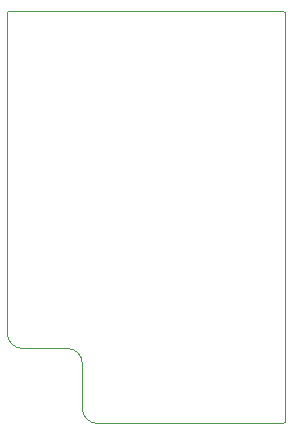
<source format=gbr>
%TF.GenerationSoftware,KiCad,Pcbnew,(5.1.6)-1*%
%TF.CreationDate,2021-06-11T10:25:49-05:00*%
%TF.ProjectId,Sapphire_AnalogMic,53617070-6869-4726-955f-416e616c6f67,rev?*%
%TF.SameCoordinates,Original*%
%TF.FileFunction,Profile,NP*%
%FSLAX46Y46*%
G04 Gerber Fmt 4.6, Leading zero omitted, Abs format (unit mm)*
G04 Created by KiCad (PCBNEW (5.1.6)-1) date 2021-06-11 10:25:49*
%MOMM*%
%LPD*%
G01*
G04 APERTURE LIST*
%TA.AperFunction,Profile*%
%ADD10C,0.050000*%
%TD*%
G04 APERTURE END LIST*
D10*
X109220000Y-99822000D02*
G75*
G02*
X109347000Y-99695000I127000J0D01*
G01*
X132588000Y-99695000D02*
G75*
G02*
X132715000Y-99822000I0J-127000D01*
G01*
X132715000Y-134493000D02*
G75*
G02*
X132588000Y-134620000I-127000J0D01*
G01*
X115570000Y-129540000D02*
X115570000Y-133350000D01*
X110490000Y-128270000D02*
X114300000Y-128270000D01*
X114300000Y-128270000D02*
G75*
G02*
X115570000Y-129540000I0J-1270000D01*
G01*
X110490000Y-128270000D02*
G75*
G02*
X109220000Y-127000000I0J1270000D01*
G01*
X116840000Y-134620000D02*
G75*
G02*
X115570000Y-133350000I0J1270000D01*
G01*
X109220000Y-99822000D02*
X109220000Y-100965000D01*
X132715000Y-100965000D02*
X132715000Y-99822000D01*
X109347000Y-99695000D02*
X132588000Y-99695000D01*
X116840000Y-134620000D02*
X132588000Y-134620000D01*
X109220000Y-127000000D02*
X109220000Y-100965000D01*
X132715000Y-134493000D02*
X132715000Y-100965000D01*
M02*

</source>
